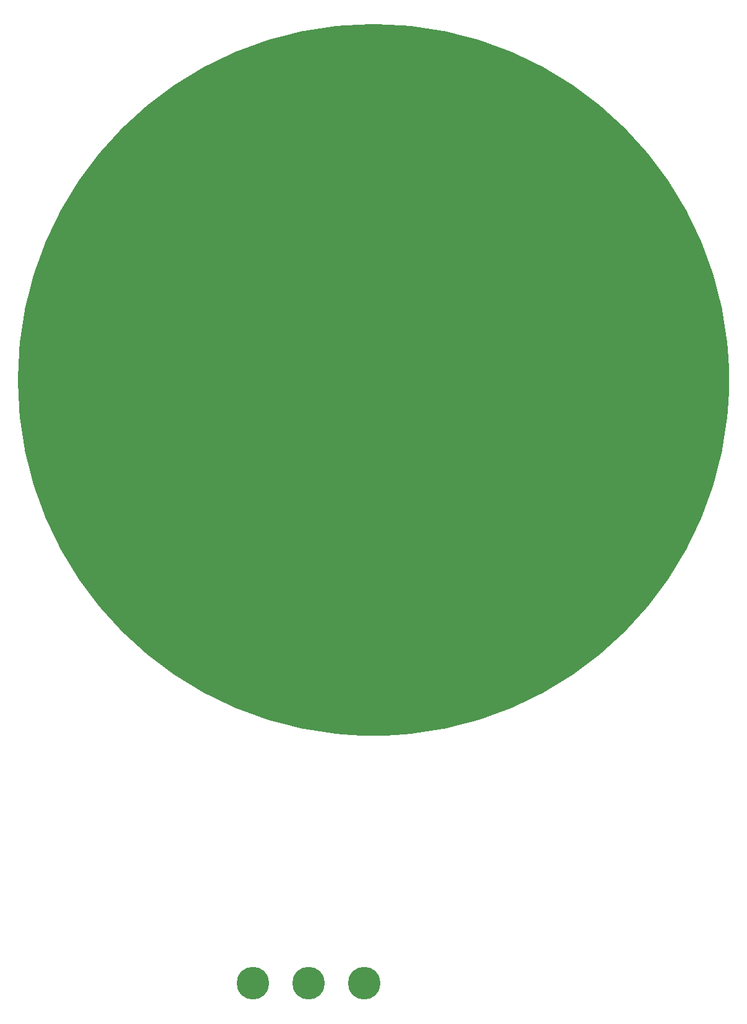
<source format=gbr>
G04 #@! TF.FileFunction,Soldermask,Bot*
%FSLAX46Y46*%
G04 Gerber Fmt 4.6, Leading zero omitted, Abs format (unit mm)*
G04 Created by KiCad (PCBNEW 4.0.7) date 02/08/19 10:13:27*
%MOMM*%
%LPD*%
G01*
G04 APERTURE LIST*
%ADD10C,0.100000*%
%ADD11C,4.464000*%
%ADD12C,97.400000*%
G04 APERTURE END LIST*
D10*
D11*
X130810000Y-184150000D03*
X138430000Y-184150000D03*
X146050000Y-184150000D03*
D12*
X147320000Y-101600000D03*
M02*

</source>
